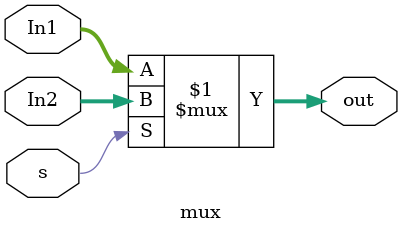
<source format=v>
module mux(input s,input [31:0]In1,input [31:0]In2,output  [31:0]out);

assign out=s?In2:In1;


endmodule

</source>
